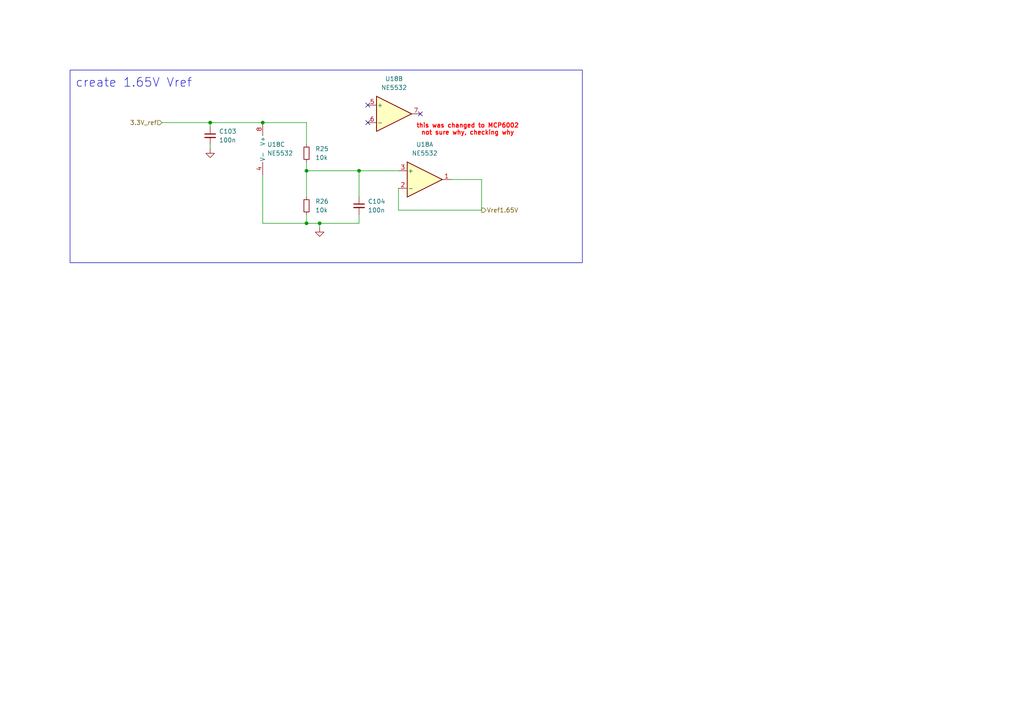
<source format=kicad_sch>
(kicad_sch (version 20231120) (generator "eeschema") (generator_version "8.0")
  (paper "A4")
  (title_block (title "INV_MainBoard_STM32") (date "2025-06-30") (rev "3.1") (company "NTURacing Team") (comment 1 "郭哲明 Jack Kuo") (comment 2 "Powertrain Group"))
  (lib_symbols
    (symbol "Amplifier_Operational:NE5532" (pin_names (offset 0.127))
      (property "Reference" "U" (at 0 5.08 0))
      (property "Value" "NE5532" (at 0 -5.08 0))
      (symbol "NE5532_1_1"
        (polyline (pts (xy -5.08 5.08) (xy 5.08 0) (xy -5.08 -5.08) (xy -5.08 5.08)) (stroke (width 0.254)) (fill (type background)))
        (pin output line (at 7.62 0 180) (length 2.54) (name "~") (number "1"))
        (pin input line (at -7.62 -2.54 0) (length 2.54) (name "-") (number "2"))
        (pin input line (at -7.62 2.54 0) (length 2.54) (name "+") (number "3"))
      )
      (symbol "NE5532_2_1"
        (polyline (pts (xy -5.08 5.08) (xy 5.08 0) (xy -5.08 -5.08) (xy -5.08 5.08)) (stroke (width 0.254)) (fill (type background)))
        (pin input line (at -7.62 2.54 0) (length 2.54) (name "+") (number "5"))
        (pin input line (at -7.62 -2.54 0) (length 2.54) (name "-") (number "6"))
        (pin output line (at 7.62 0 180) (length 2.54) (name "~") (number "7"))
      )
      (symbol "NE5532_3_1"
        (pin power_in line (at -2.54 -7.62 90) (length 3.81) (name "V-") (number "4"))
        (pin power_in line (at -2.54 7.62 270) (length 3.81) (name "V+") (number "8"))
      )
    )
    (symbol "Device:C_Small" (pin_numbers hide) (pin_names (offset 0.254) hide)
      (property "Reference" "C" (at 0.254 1.778 0))
      (property "Value" "C_Small" (at 0.254 -2.032 0))
      (symbol "C_Small_0_1"
        (polyline (pts (xy -1.524 -0.508) (xy 1.524 -0.508)) (stroke (width 0.3302)))
        (polyline (pts (xy -1.524 0.508) (xy 1.524 0.508)) (stroke (width 0.3048)))
      )
      (symbol "C_Small_1_1"
        (pin passive line (at 0 2.54 270) (length 2.032) (name "~") (number "1"))
        (pin passive line (at 0 -2.54 90) (length 2.032) (name "~") (number "2"))
      )
    )
    (symbol "Device:R_Small" (pin_numbers hide) (pin_names (offset 0.254) hide)
      (property "Reference" "R" (at 0.762 0.508 0))
      (property "Value" "R_Small" (at 0.762 -1.016 0))
      (symbol "R_Small_0_1"
        (rectangle (start -0.762 1.778) (end 0.762 -1.778) (stroke (width 0.2032)))
      )
      (symbol "R_Small_1_1"
        (pin passive line (at 0 2.54 270) (length 0.762) (name "~") (number "1"))
        (pin passive line (at 0 -2.54 90) (length 0.762) (name "~") (number "2"))
      )
    )
    (symbol "power:GND" (power) (pin_numbers hide) (pin_names (offset 0) hide)
      (property "Value" "GND" (at 0 -3.81 0))
      (symbol "GND_0_1"
        (polyline (pts (xy 0 0) (xy 0 -1.27) (xy 1.27 -1.27) (xy 0 -2.54) (xy -1.27 -1.27) (xy 0 -1.27)))
      )
      (symbol "GND_1_1"
        (pin power_in line (at 0 0 270) (length 0) (name "~") (number "1"))
      )
    )
  )
  (junction (at 76.2 35.56))
  (junction (at 88.9 64.77))
  (junction (at 60.96 35.56))
  (junction (at 104.14 49.53))
  (junction (at 92.71 64.77))
  (junction (at 88.9 49.53))
  (no_connect (at 106.68 35.56))
  (no_connect (at 106.68 30.48))
  (no_connect (at 121.92 33.02))
  (wire (pts (xy 104.14 64.77) (xy 104.14 62.23)))
  (wire (pts (xy 88.9 35.56) (xy 88.9 41.91)))
  (wire (pts (xy 88.9 64.77) (xy 92.71 64.77)))
  (wire (pts (xy 60.96 43.18) (xy 60.96 41.91)))
  (wire (pts (xy 76.2 35.56) (xy 88.9 35.56)))
  (wire (pts (xy 88.9 46.99) (xy 88.9 49.53)))
  (wire (pts (xy 104.14 49.53) (xy 115.57 49.53)))
  (wire (pts (xy 139.7 60.96) (xy 139.7 52.07)))
  (wire (pts (xy 88.9 64.77) (xy 88.9 62.23)))
  (wire (pts (xy 92.71 64.77) (xy 104.14 64.77)))
  (wire (pts (xy 46.99 35.56) (xy 60.96 35.56)))
  (wire (pts (xy 88.9 49.53) (xy 104.14 49.53)))
  (wire (pts (xy 76.2 50.8) (xy 76.2 64.77)))
  (wire (pts (xy 60.96 36.83) (xy 60.96 35.56)))
  (wire (pts (xy 92.71 66.04) (xy 92.71 64.77)))
  (wire (pts (xy 139.7 52.07) (xy 130.81 52.07)))
  (wire (pts (xy 88.9 49.53) (xy 88.9 57.15)))
  (wire (pts (xy 115.57 60.96) (xy 139.7 60.96)))
  (wire (pts (xy 104.14 49.53) (xy 104.14 57.15)))
  (wire (pts (xy 115.57 54.61) (xy 115.57 60.96)))
  (wire (pts (xy 76.2 64.77) (xy 88.9 64.77)))
  (wire (pts (xy 60.96 35.56) (xy 76.2 35.56)))
  (rectangle (start 20.32 20.32) (end 168.91 76.2))
  (text "this was changed to MCP6002\nnot sure why, checking why" (at 135.636 37.592 0) (effects (font (size 1.27 1.27) (thickness 0.254) (bold yes))))
  (text "create 1.65V Vref" (at 21.844 22.606 0) (effects (font (size 2.54 2.54)) (justify left top)))
  (hierarchical_label "3.3V_ref" (shape input) (at 46.99 35.56 180))
  (hierarchical_label "Vref1.65V" (shape output) (at 139.7 60.96 0))
  (symbol (lib_id "Amplifier_Operational:NE5532") (at 123.19 52.07 0) (unit 1)
    (property "Reference" "U18" (at 123.19 41.91 0))
    (property "Value" "NE5532" (at 123.19 44.45 0))
    (property "Footprint" "Package_SO:SOIC-8_3.9x4.9mm_P1.27mm" (effects (hide yes)))
    (property "Datasheet" "http://www.ti.com/lit/ds/symlink/ne5532.pdf" (effects (hide yes)))
    (property "Description" "Dual Low-Noise Operational Amplifiers, DIP-8/SOIC-8" (effects (hide yes)))
  )
  (symbol (lib_id "Device:R_Small") (at 88.9 59.69 0) (unit 1)
    (property "Reference" "R26" (at 91.44 58.4199 0) (effects (justify left)))
    (property "Value" "10k" (at 91.44 60.9599 0) (effects (justify left)))
    (property "Footprint" "Resistor_SMD:R_0402_1005Metric" (effects (hide yes)))
    (property "Description" "Resistor, small symbol" (effects (hide yes)))
  )
  (symbol (lib_id "power:GND") (at 92.71 66.04 0) (unit 1)
    (property "Reference" "#PWR098" (effects (hide yes)))
    (property "Value" "GND" (effects (hide yes)))
    (property "Description" "Power symbol creates a global label with name \"GND\" , ground" (effects (hide yes)))
  )
  (symbol (lib_id "Device:C_Small") (at 104.14 59.69 0) (unit 1)
    (property "Reference" "C104" (at 106.68 58.4263 0) (effects (justify left)))
    (property "Value" "100n" (at 106.68 60.9663 0) (effects (justify left)))
    (property "Footprint" "Capacitor_SMD:C_0402_1005Metric" (effects (hide yes)))
    (property "Description" "Unpolarized capacitor, small symbol" (effects (hide yes)))
  )
  (symbol (lib_id "Device:C_Small") (at 60.96 39.37 0) (unit 1)
    (property "Reference" "C103" (at 63.5 38.1063 0) (effects (justify left)))
    (property "Value" "100n" (at 63.5 40.6463 0) (effects (justify left)))
    (property "Footprint" "Capacitor_SMD:C_0402_1005Metric" (effects (hide yes)))
    (property "Description" "Unpolarized capacitor, small symbol" (effects (hide yes)))
  )
  (symbol (lib_id "Amplifier_Operational:NE5532") (at 114.3 33.02 0) (unit 2)
    (property "Reference" "U18" (at 114.3 22.86 0))
    (property "Value" "NE5532" (at 114.3 25.4 0))
    (property "Footprint" "Package_SO:SOIC-8_3.9x4.9mm_P1.27mm" (effects (hide yes)))
    (property "Datasheet" "http://www.ti.com/lit/ds/symlink/ne5532.pdf" (effects (hide yes)))
    (property "Description" "Dual Low-Noise Operational Amplifiers, DIP-8/SOIC-8" (effects (hide yes)))
  )
  (symbol (lib_id "power:GND") (at 60.96 43.18 0) (unit 1)
    (property "Reference" "#PWR096" (effects (hide yes)))
    (property "Value" "GND" (effects (hide yes)))
    (property "Description" "Power symbol creates a global label with name \"GND\" , ground" (effects (hide yes)))
  )
  (symbol (lib_id "Amplifier_Operational:NE5532") (at 78.74 43.18 0) (unit 3)
    (property "Reference" "U18" (at 77.47 41.91 0) (effects (justify left)))
    (property "Value" "NE5532" (at 77.47 44.45 0) (effects (justify left)))
    (property "Footprint" "Package_SO:SOIC-8_3.9x4.9mm_P1.27mm" (effects (hide yes)))
    (property "Datasheet" "http://www.ti.com/lit/ds/symlink/ne5532.pdf" (effects (hide yes)))
    (property "Description" "Dual Low-Noise Operational Amplifiers, DIP-8/SOIC-8" (effects (hide yes)))
  )
  (symbol (lib_id "Device:R_Small") (at 88.9 44.45 0) (unit 1)
    (property "Reference" "R25" (at 91.44 43.1799 0) (effects (justify left)))
    (property "Value" "10k" (at 91.44 45.7199 0) (effects (justify left)))
    (property "Footprint" "Resistor_SMD:R_0402_1005Metric" (effects (hide yes)))
    (property "Description" "Resistor, small symbol" (effects (hide yes)))
  )
)
</source>
